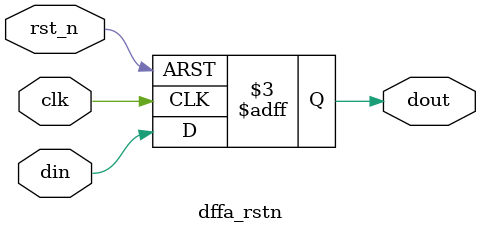
<source format=v>

module dffa_rstn
    (
    clk,
    rst_n,
    din,
    dout
    );

//------------------------------------------------------------------------------
//Parameters
parameter DW = 1'b1;
//------------------------------------------------------------------------------
// Port declarations
input               clk;
input               rst_n;
input [DW-1:0]	    din;
output [DW-1:0]	    dout;
//------------------------------------------------------------------------------
//internal signal
reg  [DW-1:0]	    dout;
//------------------------------------------------------------------------------
// FF
always @ (posedge clk or negedge rst_n)
    begin
    if(!rst_n)
        dout <= {DW{1'b0}};
    else
        dout <= din;
    end

endmodule 


</source>
